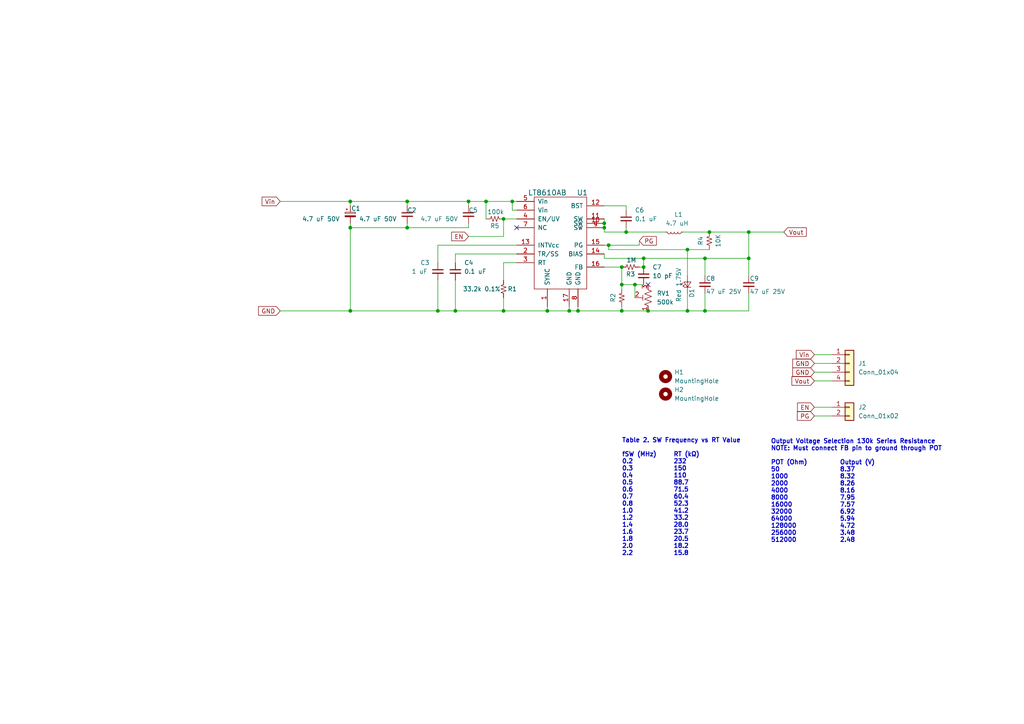
<source format=kicad_sch>
(kicad_sch (version 20211123) (generator eeschema)
  (paper "A4")
  (lib_symbols
    (symbol "BUMP-Strobe-rescue:C_Small-SPC-Control-rescue-DeathStar-rescue" (pin_numbers hide) (pin_names (offset 0.254) hide)
      (property "Reference" "C" (at 0.254 1.778 0))
      (property "Value" "C_Small-SPC-Control-rescue-DeathStar-rescue" (at 0.254 -2.032 0))
      (symbol "C_Small-SPC-Control-rescue-DeathStar-rescue_0_1"
        (polyline (pts (xy -1.524 -0.508) (xy 1.524 -0.508)) (stroke (width 0.3302)))
        (polyline (pts (xy -1.524 0.508) (xy 1.524 0.508)) (stroke (width 0.3048)))
      )
      (symbol "C_Small-SPC-Control-rescue-DeathStar-rescue_1_1"
        (pin passive line (at 0 2.54 270) (length 2.032) (name "~") (number "1"))
        (pin passive line (at 0 -2.54 90) (length 2.032) (name "~") (number "2"))
      )
    )
    (symbol "CBT-140-Control-rescue:CP_Small" (pin_numbers hide) (pin_names (offset 0.254) hide)
      (property "Reference" "C" (at 0.254 1.778 0))
      (property "Value" "CP_Small" (at 0.254 -2.032 0))
      (symbol "CP_Small_0_1"
        (rectangle (start -1.524 -0.3048) (end 1.524 -0.6858) (fill (type outline)))
        (rectangle (start -1.524 0.6858) (end 1.524 0.3048))
        (polyline (pts (xy -1.27 1.524) (xy -0.762 1.524)))
        (polyline (pts (xy -1.016 1.27) (xy -1.016 1.778)))
      )
      (symbol "CP_Small_1_1"
        (pin passive line (at 0 2.54 270) (length 1.8542) (name "~") (number "1"))
        (pin passive line (at 0 -2.54 90) (length 1.8542) (name "~") (number "2"))
      )
    )
    (symbol "CBT-140-Control-rescue:C_Small" (pin_numbers hide) (pin_names (offset 0.254) hide)
      (property "Reference" "C" (at 0.254 1.778 0))
      (property "Value" "C_Small" (at 0.254 -2.032 0))
      (symbol "C_Small_0_1"
        (polyline (pts (xy -1.524 -0.508) (xy 1.524 -0.508)) (stroke (width 0.3302)))
        (polyline (pts (xy -1.524 0.508) (xy 1.524 0.508)) (stroke (width 0.3048)))
      )
      (symbol "C_Small_1_1"
        (pin passive line (at 0 2.54 270) (length 2.032) (name "~") (number "1"))
        (pin passive line (at 0 -2.54 90) (length 2.032) (name "~") (number "2"))
      )
    )
    (symbol "CBT-140-Control-rescue:LED_Small" (pin_numbers hide) (pin_names (offset 0.254) hide)
      (property "Reference" "D" (at -1.27 3.175 0))
      (property "Value" "LED_Small" (at -4.445 -2.54 0))
      (symbol "LED_Small_0_1"
        (polyline (pts (xy -0.762 -1.016) (xy -0.762 1.016)))
        (polyline (pts (xy 1.016 0) (xy -0.762 0)))
        (polyline (pts (xy 0.762 -1.016) (xy -0.762 0) (xy 0.762 1.016) (xy 0.762 -1.016)))
        (polyline (pts (xy 0 0.762) (xy -0.508 1.27) (xy -0.254 1.27) (xy -0.508 1.27) (xy -0.508 1.016)))
        (polyline (pts (xy 0.508 1.27) (xy 0 1.778) (xy 0.254 1.778) (xy 0 1.778) (xy 0 1.524)))
      )
      (symbol "LED_Small_1_1"
        (pin passive line (at -2.54 0 0) (length 1.778) (name "K") (number "1"))
        (pin passive line (at 2.54 0 180) (length 1.778) (name "A") (number "2"))
      )
    )
    (symbol "CBT-140-Control-rescue:LT8610AB" (pin_names (offset 1.016))
      (property "Reference" "U" (at 6.35 15.24 0))
      (property "Value" "LT8610AB" (at -3.81 15.24 0))
      (symbol "LT8610AB_0_1"
        (rectangle (start -7.62 13.97) (end 7.62 -12.7))
      )
      (symbol "LT8610AB_1_1"
        (pin input line (at -3.81 -17.78 90) (length 5.08) (name "SYNC") (number "1"))
        (pin input line (at 12.7 6.35 180) (length 5.08) (name "SW") (number "10"))
        (pin input line (at 12.7 7.62 180) (length 5.08) (name "SW") (number "11"))
        (pin input line (at 12.7 11.43 180) (length 5.08) (name "BST") (number "12"))
        (pin input line (at -12.7 0 0) (length 5.08) (name "INTVcc") (number "13"))
        (pin input line (at 12.7 -2.54 180) (length 5.08) (name "BIAS") (number "14"))
        (pin input line (at 12.7 0 180) (length 5.08) (name "PG") (number "15"))
        (pin input line (at 12.7 -6.35 180) (length 5.08) (name "FB") (number "16"))
        (pin input line (at 2.54 -17.78 90) (length 5.08) (name "GND") (number "17"))
        (pin input line (at -12.7 -2.54 0) (length 5.08) (name "TR/SS") (number "2"))
        (pin input line (at -12.7 -5.08 0) (length 5.08) (name "RT") (number "3"))
        (pin input line (at -12.7 7.62 0) (length 5.08) (name "EN/UV") (number "4"))
        (pin input line (at -12.7 12.7 0) (length 5.08) (name "Vin") (number "5"))
        (pin input line (at -12.7 10.16 0) (length 5.08) (name "Vin") (number "6"))
        (pin input line (at -12.7 5.08 0) (length 5.08) (name "NC") (number "7"))
        (pin input line (at 5.08 -17.78 90) (length 5.08) (name "GND") (number "8"))
        (pin input line (at 12.7 5.08 180) (length 5.08) (name "SW") (number "9"))
      )
    )
    (symbol "CBT-140-Control-rescue:L_Small" (pin_numbers hide) (pin_names (offset 0.254) hide)
      (property "Reference" "L" (at 0.762 1.016 0))
      (property "Value" "L_Small" (at 0.762 -1.016 0))
      (symbol "L_Small_0_1"
        (arc (start 0 -2.032) (mid 0.508 -1.524) (end 0 -1.016))
        (arc (start 0 -1.016) (mid 0.508 -0.508) (end 0 0))
        (arc (start 0 0) (mid 0.508 0.508) (end 0 1.016))
        (arc (start 0 1.016) (mid 0.508 1.524) (end 0 2.032))
      )
      (symbol "L_Small_1_1"
        (pin passive line (at 0 2.54 270) (length 0.508) (name "~") (number "1"))
        (pin passive line (at 0 -2.54 90) (length 0.508) (name "~") (number "2"))
      )
    )
    (symbol "CBT-140-Control-rescue:Resistor_small" (pin_numbers hide) (pin_names (offset 0))
      (property "Reference" "R" (at 2.032 0 90))
      (property "Value" "Resistor_small" (at -2.032 0.254 90))
      (symbol "Resistor_small_0_1"
        (polyline (pts (xy 0 1.27) (xy -0.762 1.016) (xy 0.762 0.508) (xy -0.762 0) (xy 0.762 -0.508) (xy -0.762 -1.016) (xy 0 -1.27)))
      )
      (symbol "Resistor_small_1_1"
        (pin passive line (at 0 2.54 270) (length 1.27) (name "~") (number "1"))
        (pin passive line (at 0 -2.54 90) (length 1.27) (name "~") (number "2"))
      )
    )
    (symbol "Connector_Generic:Conn_01x02" (pin_names (offset 1.016) hide)
      (property "Reference" "J" (at 0 2.54 0))
      (property "Value" "Conn_01x02" (at 0 -5.08 0))
      (symbol "Conn_01x02_1_1"
        (rectangle (start -1.27 -2.413) (end 0 -2.667) (stroke (width 0.1524)))
        (rectangle (start -1.27 0.127) (end 0 -0.127) (stroke (width 0.1524)))
        (rectangle (start -1.27 1.27) (end 1.27 -3.81) (stroke (width 0.254)) (fill (type background)))
        (pin passive line (at -5.08 0 0) (length 3.81) (name "Pin_1") (number "1"))
        (pin passive line (at -5.08 -2.54 0) (length 3.81) (name "Pin_2") (number "2"))
      )
    )
    (symbol "Connector_Generic:Conn_01x04" (pin_names (offset 1.016) hide)
      (property "Reference" "J" (at 0 5.08 0))
      (property "Value" "Conn_01x04" (at 0 -7.62 0))
      (symbol "Conn_01x04_1_1"
        (rectangle (start -1.27 -4.953) (end 0 -5.207) (stroke (width 0.1524)))
        (rectangle (start -1.27 -2.413) (end 0 -2.667) (stroke (width 0.1524)))
        (rectangle (start -1.27 0.127) (end 0 -0.127) (stroke (width 0.1524)))
        (rectangle (start -1.27 2.667) (end 0 2.413) (stroke (width 0.1524)))
        (rectangle (start -1.27 3.81) (end 1.27 -6.35) (stroke (width 0.254)) (fill (type background)))
        (pin passive line (at -5.08 2.54 0) (length 3.81) (name "Pin_1") (number "1"))
        (pin passive line (at -5.08 0 0) (length 3.81) (name "Pin_2") (number "2"))
        (pin passive line (at -5.08 -2.54 0) (length 3.81) (name "Pin_3") (number "3"))
        (pin passive line (at -5.08 -5.08 0) (length 3.81) (name "Pin_4") (number "4"))
      )
    )
    (symbol "Device:R_Potentiometer_Trim_US" (pin_names (offset 1.016) hide)
      (property "Reference" "RV" (at -4.445 0 90))
      (property "Value" "R_Potentiometer_Trim_US" (at -2.54 0 90))
      (symbol "R_Potentiometer_Trim_US_0_1"
        (polyline (pts (xy 0 -2.286) (xy 0 -2.54)))
        (polyline (pts (xy 0 2.286) (xy 0 2.54)))
        (polyline (pts (xy 1.524 0.762) (xy 1.524 -0.762)))
        (polyline (pts (xy 2.54 0) (xy 1.524 0)))
        (polyline (pts (xy 0 -0.762) (xy 1.016 -1.143) (xy 0 -1.524) (xy -1.016 -1.905) (xy 0 -2.286)))
        (polyline (pts (xy 0 0.762) (xy 1.016 0.381) (xy 0 0) (xy -1.016 -0.381) (xy 0 -0.762)))
        (polyline (pts (xy 0 2.286) (xy 1.016 1.905) (xy 0 1.524) (xy -1.016 1.143) (xy 0 0.762)))
      )
      (symbol "R_Potentiometer_Trim_US_1_1"
        (pin passive line (at 0 3.81 270) (length 1.27) (name "1") (number "1"))
        (pin passive line (at 3.81 0 180) (length 1.27) (name "2") (number "2"))
        (pin passive line (at 0 -3.81 90) (length 1.27) (name "3") (number "3"))
      )
    )
    (symbol "Dual-Mag-Camera-Control-rescue:C_Small-SPC-Control-rescue" (pin_numbers hide) (pin_names (offset 0.254) hide)
      (property "Reference" "C" (at 0.254 1.778 0))
      (property "Value" "C_Small-SPC-Control-rescue" (at 0.254 -2.032 0))
      (symbol "C_Small-SPC-Control-rescue_0_1"
        (polyline (pts (xy -1.524 -0.508) (xy 1.524 -0.508)) (stroke (width 0.3302)))
        (polyline (pts (xy -1.524 0.508) (xy 1.524 0.508)) (stroke (width 0.3048)))
      )
      (symbol "C_Small-SPC-Control-rescue_1_1"
        (pin passive line (at 0 2.54 270) (length 2.032) (name "~") (number "1"))
        (pin passive line (at 0 -2.54 90) (length 2.032) (name "~") (number "2"))
      )
    )
    (symbol "Mechanical:MountingHole" (pin_names (offset 1.016))
      (property "Reference" "H" (at 0 5.08 0))
      (property "Value" "MountingHole" (at 0 3.175 0))
      (symbol "MountingHole_0_1"
        (circle (center 0 0) (radius 1.27) (stroke (width 1.27)))
      )
    )
  )
  (junction (at 187.96 90.17))
  (junction (at 204.47 90.17))
  (junction (at 175.26 64.77))
  (junction (at 158.75 90.17))
  (junction (at 146.05 90.17))
  (junction (at 148.59 58.42))
  (junction (at 205.74 67.31))
  (junction (at 184.15 82.55))
  (junction (at 180.34 90.17))
  (junction (at 167.64 90.17))
  (junction (at 180.34 82.55))
  (junction (at 186.69 77.47))
  (junction (at 199.39 90.17))
  (junction (at 101.6 66.04))
  (junction (at 175.26 66.04))
  (junction (at 204.47 74.93))
  (junction (at 217.17 67.31))
  (junction (at 176.53 71.12))
  (junction (at 199.39 72.39))
  (junction (at 101.6 58.42))
  (junction (at 140.97 58.42))
  (junction (at 127 90.17))
  (junction (at 165.1 90.17))
  (junction (at 181.61 67.31))
  (junction (at 118.11 66.04))
  (junction (at 186.69 74.93))
  (junction (at 101.6 90.17))
  (junction (at 217.17 74.93))
  (junction (at 180.34 77.47))
  (junction (at 146.05 63.5))
  (junction (at 132.08 90.17))
  (junction (at 135.89 58.42))
  (junction (at 118.11 58.42))
  (no_connect (at 149.86 66.04))
  (no_connect (at 187.96 82.55))
  (wire (pts (xy 146.05 90.17) (xy 146.05 86.36)))
  (wire (pts (xy 185.42 71.12) (xy 185.42 69.85)))
  (wire (pts (xy 204.47 74.93) (xy 217.17 74.93)))
  (wire (pts (xy 101.6 90.17) (xy 127 90.17)))
  (wire (pts (xy 181.61 59.69) (xy 181.61 60.96)))
  (wire (pts (xy 118.11 66.04) (xy 135.89 66.04)))
  (wire (pts (xy 175.26 66.04) (xy 175.26 67.31)))
  (wire (pts (xy 118.11 64.77) (xy 118.11 66.04)))
  (wire (pts (xy 205.74 67.31) (xy 217.17 67.31)))
  (wire (pts (xy 146.05 90.17) (xy 158.75 90.17)))
  (wire (pts (xy 236.22 118.11) (xy 241.3 118.11)))
  (wire (pts (xy 146.05 68.58) (xy 146.05 63.5)))
  (wire (pts (xy 186.69 74.93) (xy 186.69 77.47)))
  (wire (pts (xy 127 71.12) (xy 127 76.2)))
  (wire (pts (xy 180.34 82.55) (xy 184.15 82.55)))
  (wire (pts (xy 180.34 82.55) (xy 180.34 77.47)))
  (wire (pts (xy 132.08 90.17) (xy 146.05 90.17)))
  (wire (pts (xy 204.47 90.17) (xy 204.47 85.09)))
  (wire (pts (xy 176.53 71.12) (xy 185.42 71.12)))
  (wire (pts (xy 81.28 90.17) (xy 101.6 90.17)))
  (wire (pts (xy 165.1 90.17) (xy 167.64 90.17)))
  (wire (pts (xy 127 90.17) (xy 132.08 90.17)))
  (wire (pts (xy 158.75 90.17) (xy 165.1 90.17)))
  (wire (pts (xy 135.89 68.58) (xy 146.05 68.58)))
  (wire (pts (xy 199.39 72.39) (xy 199.39 80.01)))
  (wire (pts (xy 204.47 90.17) (xy 217.17 90.17)))
  (wire (pts (xy 184.15 82.55) (xy 184.15 86.36)))
  (wire (pts (xy 175.26 74.93) (xy 186.69 74.93)))
  (wire (pts (xy 135.89 66.04) (xy 135.89 64.77)))
  (wire (pts (xy 149.86 73.66) (xy 132.08 73.66)))
  (wire (pts (xy 236.22 102.87) (xy 241.3 102.87)))
  (wire (pts (xy 199.39 90.17) (xy 204.47 90.17)))
  (wire (pts (xy 148.59 60.96) (xy 149.86 60.96)))
  (wire (pts (xy 118.11 58.42) (xy 135.89 58.42)))
  (wire (pts (xy 181.61 67.31) (xy 181.61 66.04)))
  (wire (pts (xy 167.64 88.9) (xy 167.64 90.17)))
  (wire (pts (xy 101.6 66.04) (xy 101.6 90.17)))
  (wire (pts (xy 101.6 58.42) (xy 101.6 59.69)))
  (wire (pts (xy 167.64 90.17) (xy 180.34 90.17)))
  (wire (pts (xy 180.34 88.9) (xy 180.34 90.17)))
  (wire (pts (xy 186.69 77.47) (xy 185.42 77.47)))
  (wire (pts (xy 217.17 67.31) (xy 227.33 67.31)))
  (wire (pts (xy 176.53 72.39) (xy 176.53 71.12)))
  (wire (pts (xy 236.22 110.49) (xy 241.3 110.49)))
  (wire (pts (xy 118.11 58.42) (xy 118.11 59.69)))
  (wire (pts (xy 146.05 63.5) (xy 149.86 63.5)))
  (wire (pts (xy 149.86 71.12) (xy 127 71.12)))
  (wire (pts (xy 175.26 63.5) (xy 175.26 64.77)))
  (wire (pts (xy 149.86 76.2) (xy 146.05 76.2)))
  (wire (pts (xy 127 90.17) (xy 127 81.28)))
  (wire (pts (xy 158.75 90.17) (xy 158.75 88.9)))
  (wire (pts (xy 101.6 64.77) (xy 101.6 66.04)))
  (wire (pts (xy 175.26 73.66) (xy 175.26 74.93)))
  (wire (pts (xy 175.26 64.77) (xy 175.26 66.04)))
  (wire (pts (xy 199.39 85.09) (xy 199.39 90.17)))
  (wire (pts (xy 146.05 76.2) (xy 146.05 81.28)))
  (wire (pts (xy 101.6 66.04) (xy 118.11 66.04)))
  (wire (pts (xy 149.86 58.42) (xy 148.59 58.42)))
  (wire (pts (xy 175.26 67.31) (xy 181.61 67.31)))
  (wire (pts (xy 180.34 82.55) (xy 180.34 83.82)))
  (wire (pts (xy 181.61 67.31) (xy 193.04 67.31)))
  (wire (pts (xy 236.22 120.65) (xy 241.3 120.65)))
  (wire (pts (xy 176.53 72.39) (xy 199.39 72.39)))
  (wire (pts (xy 236.22 107.95) (xy 241.3 107.95)))
  (wire (pts (xy 148.59 58.42) (xy 148.59 60.96)))
  (wire (pts (xy 184.15 82.55) (xy 186.69 82.55)))
  (wire (pts (xy 199.39 72.39) (xy 205.74 72.39)))
  (wire (pts (xy 132.08 73.66) (xy 132.08 76.2)))
  (wire (pts (xy 198.12 67.31) (xy 205.74 67.31)))
  (wire (pts (xy 135.89 58.42) (xy 135.89 59.69)))
  (wire (pts (xy 165.1 90.17) (xy 165.1 88.9)))
  (wire (pts (xy 176.53 71.12) (xy 175.26 71.12)))
  (wire (pts (xy 217.17 74.93) (xy 217.17 80.01)))
  (wire (pts (xy 217.17 67.31) (xy 217.17 74.93)))
  (wire (pts (xy 204.47 74.93) (xy 204.47 80.01)))
  (wire (pts (xy 187.96 90.17) (xy 199.39 90.17)))
  (wire (pts (xy 186.69 74.93) (xy 204.47 74.93)))
  (wire (pts (xy 175.26 59.69) (xy 181.61 59.69)))
  (wire (pts (xy 135.89 58.42) (xy 140.97 58.42)))
  (wire (pts (xy 217.17 90.17) (xy 217.17 85.09)))
  (wire (pts (xy 180.34 90.17) (xy 187.96 90.17)))
  (wire (pts (xy 236.22 105.41) (xy 241.3 105.41)))
  (wire (pts (xy 132.08 90.17) (xy 132.08 81.28)))
  (wire (pts (xy 101.6 58.42) (xy 118.11 58.42)))
  (wire (pts (xy 140.97 58.42) (xy 140.97 63.5)))
  (wire (pts (xy 140.97 58.42) (xy 148.59 58.42)))
  (wire (pts (xy 175.26 77.47) (xy 180.34 77.47)))
  (wire (pts (xy 81.28 58.42) (xy 101.6 58.42)))
  (text "Table 2. SW Frequency vs RT Value\n\nfSW (MHz) 	RT (kΩ)\n0.2 		232\n0.3 		150\n0.4 		110\n0.5 		88.7\n0.6 		71.5\n0.7 		60.4\n0.8 		52.3\n1.0 		41.2\n1.2 		33.2\n1.4 		28.0\n1.6 		23.7\n1.8 		20.5\n2.0 		18.2\n2.2 		15.8" (at 180.34 161.29 0) (effects (font (size 1.27 1.27) (thickness 0.254) bold) (justify left bottom)))
  (text "Output Voltage Selection 130k Series Resistance\nNOTE: Must connect FB pin to ground through POT\n\nPOT (Ohm)		Output (V)\n50				8.37\n1000			8.32\n2000			8.26\n4000			8.16\n8000			7.95\n16000			7.57\n32000			6.92\n64000			5.94\n128000			4.72\n256000			3.48\n512000			2.48" (at 223.52 157.48 0) (effects (font (size 1.27 1.27) (thickness 0.254) bold) (justify left bottom)))
  (global_label "Vin" (shape input) (at 236.22 102.87 180) (property "Intersheet References" "${INTERSHEET_REFS}" (effects hide)))
  (global_label "PG" (shape input) (at 236.22 120.65 180) (property "Intersheet References" "${INTERSHEET_REFS}" (effects hide)))
  (global_label "EN" (shape input) (at 135.89 68.58 180) (property "Intersheet References" "${INTERSHEET_REFS}" (effects hide)))
  (global_label "PG" (shape input) (at 185.42 69.85 0) (property "Intersheet References" "${INTERSHEET_REFS}" (effects hide)))
  (global_label "Vout" (shape input) (at 236.22 110.49 180) (property "Intersheet References" "${INTERSHEET_REFS}" (effects hide)))
  (global_label "GND" (shape input) (at 81.28 90.17 180) (property "Intersheet References" "${INTERSHEET_REFS}" (effects hide)))
  (global_label "EN" (shape input) (at 236.22 118.11 180) (property "Intersheet References" "${INTERSHEET_REFS}" (effects hide)))
  (global_label "Vout" (shape input) (at 227.33 67.31 0) (property "Intersheet References" "${INTERSHEET_REFS}" (effects hide)))
  (global_label "GND" (shape input) (at 236.22 105.41 180) (property "Intersheet References" "${INTERSHEET_REFS}" (effects hide)))
  (global_label "GND" (shape input) (at 236.22 107.95 180) (property "Intersheet References" "${INTERSHEET_REFS}" (effects hide)))
  (global_label "Vin" (shape input) (at 81.28 58.42 180) (property "Intersheet References" "${INTERSHEET_REFS}" (effects hide)))
  (symbol (lib_id "CBT-140-Control-rescue:Resistor_small") (at 182.88 77.47 270) (unit 1)
    (property "Reference" "R3" (at 182.88 79.502 90))
    (property "Value" "1M" (at 183.134 75.438 90))
    (property "Footprint" "Resistor_SMD:R_0402_1005Metric" (effects hide))
    (property "Datasheet" "https://www.yageo.com/upload/media/product/productsearch/datasheet/rchip/PYu-RE_105_RoHS_L_6.pdf" (effects hide))
    (property "Part Number" "13-RE0402BRE071MLCT-ND" (effects hide))
    (property "Supplier" "Digikey" (effects hide))
    (property "Link" "https://www.digikey.com/en/products/detail/yageo/RE0402BRE071ML/5922716" (effects hide))
  )
  (symbol (lib_id "Device:R_Potentiometer_Trim_US") (at 187.96 86.36 180) (unit 1)
    (property "Reference" "RV1" (at 190.5 85.0899 0) (effects (justify right)))
    (property "Value" "500k" (at 190.5 87.6299 0) (effects (justify right)))
    (property "Footprint" "Potentiometer_SMD:Potentiometer_Bourns_3214W_Vertical" (effects hide))
    (property "Datasheet" "https://www.bourns.com/docs/Product-Datasheets/3214.pdf" (effects hide))
    (property "Part Number" "3214W-1-504ECT-ND" (effects hide))
    (property "Supplier" "Digikey" (effects hide))
    (property "Link" "https://www.digikey.com/en/products/detail/bourns-inc/3214W-1-504E/1817385" (effects hide))
  )
  (symbol (lib_id "CBT-140-Control-rescue:C_Small") (at 118.11 62.23 0) (unit 1)
    (property "Reference" "C2" (at 118.11 60.96 0) (effects (justify left)))
    (property "Value" "4.7 uF 50V" (at 104.14 63.5 0) (effects (justify left)))
    (property "Footprint" "Capacitor_SMD:C_0805_2012Metric" (effects hide))
    (property "Datasheet" "https://search.murata.co.jp/Ceramy/image/img/A01X/G101/ENG/GRM21BZ71H475KE15-01.pdf" (effects hide))
    (property "Part Number" "490-GRM21BZ71H475KE15KCT-ND" (effects hide))
    (property "Supplier" "Digikey" (effects hide))
    (property "Link" "https://www.digikey.com/en/products/detail/murata-electronics/GRM21BZ71H475KE15K/13904908" (effects hide))
  )
  (symbol (lib_id "Connector_Generic:Conn_01x02") (at 246.38 118.11 0) (unit 1)
    (property "Reference" "J2" (at 248.92 118.1099 0) (effects (justify left)))
    (property "Value" "Conn_01x02" (at 248.92 120.6499 0) (effects (justify left)))
    (property "Footprint" "Connector_PinHeader_2.54mm:PinHeader_1x02_P2.54mm_Vertical" (effects hide))
  )
  (symbol (lib_id "Mechanical:MountingHole") (at 193.04 109.22 0) (unit 1)
    (property "Reference" "H1" (at 195.58 107.9499 0) (effects (justify left)))
    (property "Value" "MountingHole" (at 195.58 110.4899 0) (effects (justify left)))
    (property "Footprint" "MountingHole:MountingHole_2.2mm_M2_ISO7380" (effects hide))
  )
  (symbol (lib_id "CBT-140-Control-rescue:CP_Small") (at 101.6 62.23 0) (unit 1)
    (property "Reference" "C1" (at 101.854 60.452 0) (effects (justify left)))
    (property "Value" "4.7 uF 50V" (at 87.63 63.5 0) (effects (justify left)))
    (property "Footprint" "Capacitor_SMD:CP_Elec_4x5.4" (effects hide))
    (property "Datasheet" "https://media.digikey.com/pdf/Data%20Sheets/Panasonic%20Electronic%20Components/S_Series,Type_V_Rev2018.pdf" (effects hide))
    (property "Part Number" "PCE3931CT-ND" (effects hide))
    (property "Supplier" "Digikey" (effects hide))
    (property "Link" "https://www.digikey.com/en/products/detail/panasonic-electronic-components/EEE-1HA4R7WR/766098" (effects hide))
  )
  (symbol (lib_id "CBT-140-Control-rescue:C_Small") (at 204.47 82.55 0) (unit 1)
    (property "Reference" "C8" (at 204.724 80.772 0) (effects (justify left)))
    (property "Value" "47 uF 25V" (at 204.724 84.582 0) (effects (justify left)))
    (property "Footprint" "Capacitor_SMD:C_1206_3216Metric" (effects hide))
    (property "Datasheet" "https://product.tdk.com/system/files/dam/doc/product/capacitor/ceramic/mlcc/catalog/mlcc_commercial_general_en.pdf" (effects hide))
    (property "Part Number" "445-8047-1-ND" (effects hide))
    (property "Supplier" "Digikey" (effects hide))
    (property "Link" "https://www.digikey.com/en/products/detail/tdk-corporation/C3216X5R1E476M160AC/2792260" (effects hide))
  )
  (symbol (lib_id "BUMP-Strobe-rescue:C_Small-SPC-Control-rescue-DeathStar-rescue") (at 181.61 63.5 0) (unit 1)
    (property "Reference" "C6" (at 184.15 60.96 0) (effects (justify left)))
    (property "Value" "0.1 uF" (at 184.15 63.5 0) (effects (justify left)))
    (property "Footprint" "Capacitor_SMD:C_0402_1005Metric" (effects hide))
    (property "Datasheet" "https://product.tdk.com/system/files/dam/doc/product/capacitor/ceramic/mlcc/catalog/mlcc_commercial_general_en.pdf" (effects hide))
    (property "Part Number" "445-5933-1-ND" (effects hide))
    (property "Supplier" "Digikey" (effects hide))
    (property "Link" "https://www.digikey.com/en/products/detail/tdk-corporation/C1005X7R1H104M050BB/2443411" (effects hide))
  )
  (symbol (lib_id "CBT-140-Control-rescue:Resistor_small") (at 180.34 86.36 0) (unit 1)
    (property "Reference" "R2" (at 177.8 86.36 90))
    (property "Value" " " (at 178.308 86.106 90))
    (property "Footprint" "Resistor_SMD:R_0402_1005Metric" (effects hide))
  )
  (symbol (lib_id "CBT-140-Control-rescue:C_Small") (at 135.89 62.23 0) (unit 1)
    (property "Reference" "C5" (at 135.89 60.96 0) (effects (justify left)))
    (property "Value" "4.7 uF 50V" (at 121.92 63.5 0) (effects (justify left)))
    (property "Footprint" "Capacitor_SMD:C_0805_2012Metric" (effects hide))
    (property "Datasheet" "https://search.murata.co.jp/Ceramy/image/img/A01X/G101/ENG/GRM21BZ71H475KE15-01.pdf" (effects hide))
    (property "Part Number" "490-GRM21BZ71H475KE15KCT-ND" (effects hide))
    (property "Supplier" "Digikey" (effects hide))
    (property "Link" "https://www.digikey.com/en/products/detail/murata-electronics/GRM21BZ71H475KE15K/13904908" (effects hide))
  )
  (symbol (lib_id "Mechanical:MountingHole") (at 193.04 114.3 0) (unit 1)
    (property "Reference" "H2" (at 195.58 113.0299 0) (effects (justify left)))
    (property "Value" "MountingHole" (at 195.58 115.5699 0) (effects (justify left)))
    (property "Footprint" "MountingHole:MountingHole_2.2mm_M2_ISO7380" (effects hide))
  )
  (symbol (lib_id "BUMP-Strobe-rescue:C_Small-SPC-Control-rescue-DeathStar-rescue") (at 132.08 78.74 0) (unit 1)
    (property "Reference" "C4" (at 134.62 76.2 0) (effects (justify left)))
    (property "Value" "0.1 uF" (at 134.62 78.74 0) (effects (justify left)))
    (property "Footprint" "Capacitor_SMD:C_0402_1005Metric" (effects hide))
    (property "Datasheet" "https://product.tdk.com/system/files/dam/doc/product/capacitor/ceramic/mlcc/catalog/mlcc_commercial_general_en.pdf" (effects hide))
    (property "Part Number" "445-5933-1-ND" (effects hide))
    (property "Supplier" "Digikey" (effects hide))
    (property "Link" "https://www.digikey.com/en/products/detail/tdk-corporation/C1005X7R1H104M050BB/2443411" (effects hide))
  )
  (symbol (lib_id "Connector_Generic:Conn_01x04") (at 246.38 105.41 0) (unit 1)
    (property "Reference" "J1" (at 248.92 105.4099 0) (effects (justify left)))
    (property "Value" "Conn_01x04" (at 248.92 107.9499 0) (effects (justify left)))
    (property "Footprint" "Connector_PinHeader_2.54mm:PinHeader_1x04_P2.54mm_Vertical" (effects hide))
  )
  (symbol (lib_id "Dual-Mag-Camera-Control-rescue:C_Small-SPC-Control-rescue") (at 127 78.74 0) (unit 1)
    (property "Reference" "C3" (at 121.92 76.2 0) (effects (justify left)))
    (property "Value" "1 uF" (at 119.38 78.74 0) (effects (justify left)))
    (property "Footprint" "Capacitor_SMD:C_0603_1608Metric" (effects hide))
    (property "Datasheet" "https://www.yageo.com/upload/media/product/productsearch/datasheet/mlcc/UPY-GPHC_X6S_4V-to-50V_6.pdf" (effects hide))
    (property "Part Number" "13-CC0603KRX6S8BB105CT-ND" (effects hide))
    (property "Supplier" "Digikey" (effects hide))
    (property "Link" "https://www.digikey.com/en/products/detail/yageo/CC0603KRX6S8BB105/15766648?s=N4IgjCBcpgLFoDGUBmBDANgZwKYBoQB7KAbXAFYBOAJlgHYQBdAgBwBcoQBlNgJwEsAdgHMQAXwJgAbAhDJI6bPiKkQAZhqwZzEO048BI8QWoAGWJVnzFuAsUhkwAAgCtAMSasOkEAFVB-GwA8igAsjhoWACuvDjGIAC01FZQfFHK9mTkTBKJENByqJi2Kg7gajm5yWWIABb8LE6IaCxoiIGEvDlAA" (effects hide))
  )
  (symbol (lib_id "CBT-140-Control-rescue:Resistor_small") (at 205.74 69.85 0) (unit 1)
    (property "Reference" "R4" (at 203.2 69.85 90))
    (property "Value" "10K" (at 208.28 69.85 90))
    (property "Footprint" "Resistor_SMD:R_0402_1005Metric" (effects hide))
    (property "Datasheet" "https://www.vishay.com/docs/28758/tnpw_e3.pdf" (effects hide))
    (property "Part Number" "TNP10.0KDACT-ND" (effects hide))
    (property "Supplier" "Digikey" (effects hide))
    (property "Link" "https://www.digikey.com/en/products/detail/vishay-dale/TNPW040210K0BEED/1606424" (effects hide))
  )
  (symbol (lib_id "CBT-140-Control-rescue:LT8610AB") (at 162.56 71.12 0) (unit 1)
    (property "Reference" "U1" (at 168.91 55.88 0) (effects (font (size 1.524 1.524))))
    (property "Value" "LT8610AB" (at 158.75 55.88 0) (effects (font (size 1.524 1.524))))
    (property "Footprint" "Package_SO:MSOP-16-1EP_3x4mm_P0.5mm_EP1.65x2.85mm_ThermalVias" (effects hide))
    (property "Datasheet" "http://www.linear.com/docs/44171" (effects hide))
    (property "Part Number" "LT8610ABHMSE#PBF-ND" (effects hide))
    (property "Supplier" "Digikey" (effects hide))
    (property "Link" "https://www.digikey.com/product-detail/en/linear-technology-analog-devices/LT8610ABHMSE-PBF/LT8610ABHMSE-PBF-ND/6596380" (effects hide))
  )
  (symbol (lib_id "CBT-140-Control-rescue:L_Small") (at 195.58 67.31 270) (unit 1)
    (property "Reference" "L1" (at 195.58 62.23 90) (effects (justify left)))
    (property "Value" "4.7 uH" (at 193.04 64.77 90) (effects (justify left)))
    (property "Footprint" "Inductor_SMD:L_Vishay_IHLP-2020" (effects hide))
    (property "Datasheet" "https://www.vishay.com/docs/34253/ihlp-2020bz-01.pdf" (effects hide))
    (property "Part Number" "541-1090-1-ND" (effects hide))
    (property "Supplier" "Digikey" (effects hide))
    (property "Link" "https://www.digikey.com/en/products/detail/vishay-dale/IHLP2020BZER4R7M01/1869313?s=N4IgTCBcDaIOwAYC0BJAEgGQApgbgQgFoCiASgCylwCyCIAugL5A" (effects hide))
  )
  (symbol (lib_id "CBT-140-Control-rescue:LED_Small") (at 199.39 82.55 90) (unit 1)
    (property "Reference" "D1" (at 200.66 86.36 0) (effects (justify left)))
    (property "Value" "Red 1.75V" (at 196.85 87.63 0) (effects (justify left)))
    (property "Footprint" "LED_SMD:LED_0402_1005Metric" (effects hide))
    (property "Datasheet" "https://media.digikey.com/pdf/Data%20Sheets/Everlight%20PDFs/16-219AUTD-S3151-TR8.pdf" (effects hide))
    (property "Part Number" "1080-1571-1-ND" (effects hide))
    (property "Supplier" "Digikey" (effects hide))
    (property "Link" "https://www.digikey.com/en/products/detail/everlight-electronics-co-ltd/16-219AUTD-S3151-TR8/8535265?s=N4IgjCBcpgbFoDGUBmBDANgZwKYBoQB7KAbRAGYBOMAVgA4QBdAgBwBcoQBlNgJwEsAdgHMQAXwKxKCEMkjps%2BIqRAAWAAyUq5Jqw6RufIaIkgaqndFmpMuAsUhlVAdnLOIBMACZ1F1bpB2Th4BEXECAFovGTk%2BAFclBzIaJjFTaMcQABkAUQARVKA" (effects hide))
  )
  (symbol (lib_id "CBT-140-Control-rescue:Resistor_small") (at 146.05 83.82 0) (unit 1)
    (property "Reference" "R1" (at 148.59 83.82 0))
    (property "Value" "33.2k 0.1%" (at 139.7 83.82 0))
    (property "Footprint" "Resistor_SMD:R_0402_1005Metric" (effects hide))
    (property "Datasheet" "https://www.te.com/commerce/DocumentDelivery/DDEController?Action=srchrtrv&DocNm=1773272&DocType=DS&DocLang=English" (effects hide))
    (property "Part Number" "A127465CT-ND" (effects hide))
    (property "Supplier" "Digikey" (effects hide))
    (property "Link" "https://www.digikey.com/en/products/detail/te-connectivity-passive-product/RP73PF1E33K2BTD/8261007" (effects hide))
  )
  (symbol (lib_id "CBT-140-Control-rescue:C_Small") (at 217.17 82.55 0) (unit 1)
    (property "Reference" "C9" (at 217.424 80.772 0) (effects (justify left)))
    (property "Value" "47 uF 25V" (at 217.424 84.582 0) (effects (justify left)))
    (property "Footprint" "Capacitor_SMD:C_1206_3216Metric" (effects hide))
    (property "Datasheet" "https://product.tdk.com/system/files/dam/doc/product/capacitor/ceramic/mlcc/catalog/mlcc_commercial_general_en.pdf" (effects hide))
    (property "Part Number" "445-8047-1-ND" (effects hide))
    (property "Supplier" "Digikey" (effects hide))
    (property "Link" "https://www.digikey.com/en/products/detail/tdk-corporation/C3216X5R1E476M160AC/2792260" (effects hide))
  )
  (symbol (lib_id "CBT-140-Control-rescue:Resistor_small") (at 143.51 63.5 270) (unit 1)
    (property "Reference" "R5" (at 143.51 65.532 90))
    (property "Value" "100k" (at 143.764 61.468 90))
    (property "Footprint" "Resistor_SMD:R_0402_1005Metric" (effects hide))
    (property "Datasheet" "https://www.te.com/commerce/DocumentDelivery/DDEController?Action=srchrtrv&DocNm=1773200&DocType=DS&DocLang=English" (effects hide))
    (property "Part Number" "A102574CT-ND" (effects hide))
    (property "Supplier" "Digikey" (effects hide))
    (property "Link" "https://www.digikey.com/en/products/detail/te-connectivity-passive-product/CPF0402B100KE1/2381852" (effects hide))
  )
  (symbol (lib_id "CBT-140-Control-rescue:C_Small") (at 186.69 80.01 0) (unit 1)
    (property "Reference" "C7" (at 189.23 77.47 0) (effects (justify left)))
    (property "Value" "10 pF" (at 189.23 80.01 0) (effects (justify left)))
    (property "Footprint" "Capacitor_SMD:C_0402_1005Metric" (effects hide))
    (property "Datasheet" "https://connect.kemet.com:7667/gateway/IntelliData-ComponentDocumentation/1.0/download/datasheet/C0402C100K5RAC7867" (effects hide))
    (property "Part Number" "399-C0402C100K5RAC7867CT-ND" (effects hide))
    (property "Supplier" "Digikey" (effects hide))
    (property "Link" "https://www.digikey.com/en/products/detail/kemet/C0402C100K5RAC7867/10483038" (effects hide))
  )
)
</source>
